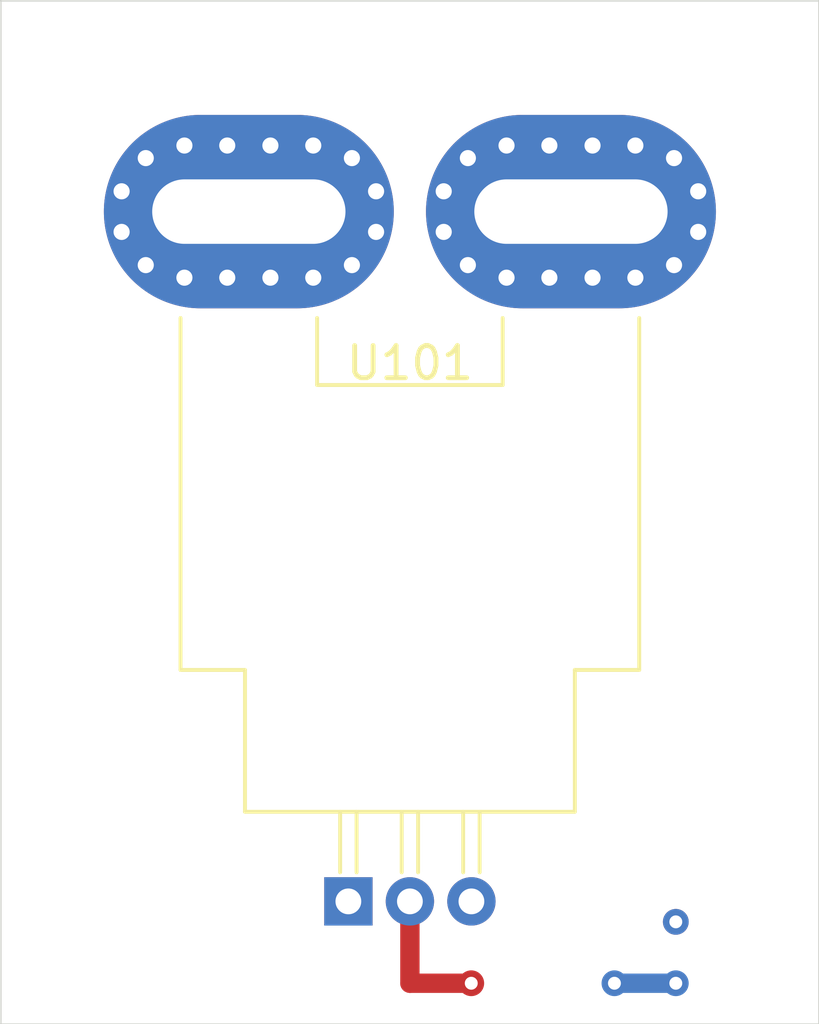
<source format=kicad_pcb>
(kicad_pcb (version 20171130) (host pcbnew "(5.1.5-90-g5c7ac1bb7)-1")

  (general
    (thickness 1.6)
    (drawings 4)
    (tracks 11)
    (zones 0)
    (modules 1)
    (nets 6)
  )

  (page A4)
  (layers
    (0 F.Cu signal)
    (1 In1.Cu signal)
    (2 In2.Cu signal)
    (31 B.Cu signal)
    (32 B.Adhes user)
    (33 F.Adhes user)
    (34 B.Paste user)
    (35 F.Paste user)
    (36 B.SilkS user)
    (37 F.SilkS user)
    (38 B.Mask user)
    (39 F.Mask user)
    (40 Dwgs.User user)
    (41 Cmts.User user)
    (42 Eco1.User user)
    (43 Eco2.User user)
    (44 Edge.Cuts user)
    (45 Margin user)
    (46 B.CrtYd user)
    (47 F.CrtYd user)
    (48 B.Fab user)
    (49 F.Fab user)
  )

  (setup
    (last_trace_width 0.6)
    (user_trace_width 0.4)
    (user_trace_width 0.6)
    (trace_clearance 0.2)
    (zone_clearance 0.508)
    (zone_45_only no)
    (trace_min 0.2)
    (via_size 0.8)
    (via_drill 0.4)
    (via_min_size 0.4)
    (via_min_drill 0.3)
    (blind_buried_vias_allowed yes)
    (uvia_size 0.3)
    (uvia_drill 0.1)
    (uvias_allowed yes)
    (uvia_min_size 0.2)
    (uvia_min_drill 0.1)
    (edge_width 0.05)
    (segment_width 0.2)
    (pcb_text_width 0.3)
    (pcb_text_size 1.5 1.5)
    (mod_edge_width 0.12)
    (mod_text_size 1 1)
    (mod_text_width 0.15)
    (pad_size 1.524 1.524)
    (pad_drill 0.762)
    (pad_to_mask_clearance 0.051)
    (solder_mask_min_width 0.25)
    (aux_axis_origin 0 0)
    (visible_elements FFFFFF7F)
    (pcbplotparams
      (layerselection 0x010fc_ffffffff)
      (usegerberextensions false)
      (usegerberattributes false)
      (usegerberadvancedattributes false)
      (creategerberjobfile false)
      (excludeedgelayer true)
      (linewidth 0.100000)
      (plotframeref false)
      (viasonmask false)
      (mode 1)
      (useauxorigin false)
      (hpglpennumber 1)
      (hpglpenspeed 20)
      (hpglpendiameter 15.000000)
      (psnegative false)
      (psa4output false)
      (plotreference true)
      (plotvalue true)
      (plotinvisibletext false)
      (padsonsilk false)
      (subtractmaskfromsilk false)
      (outputformat 1)
      (mirror false)
      (drillshape 1)
      (scaleselection 1)
      (outputdirectory ""))
  )

  (net 0 "")
  (net 1 "Net-(U101-Pad5)")
  (net 2 "Net-(U101-Pad4)")
  (net 3 "Net-(U101-Pad1)")
  (net 4 "Net-(U101-Pad3)")
  (net 5 GND)

  (net_class Default "This is the default net class."
    (clearance 0.2)
    (trace_width 0.25)
    (via_dia 0.8)
    (via_drill 0.4)
    (uvia_dia 0.3)
    (uvia_drill 0.1)
    (add_net GND)
    (add_net "Net-(U101-Pad1)")
    (add_net "Net-(U101-Pad3)")
    (add_net "Net-(U101-Pad4)")
    (add_net "Net-(U101-Pad5)")
  )

  (module Sensor_Current:Allegro_CB_PFF (layer F.Cu) (tedit 59D526FA) (tstamp 5E949CF4)
    (at 106.04 110.49)
    (descr "Allegro MicroSystems, CB-PFF Package (http://www.allegromicro.com/en/Products/Current-Sensor-ICs/Fifty-To-Two-Hundred-Amp-Integrated-Conductor-Sensor-ICs/ACS758.aspx) !PADS 4-5 DO NOT MATCH DATASHEET!")
    (tags "Allegro CB-PFF")
    (path /5E945B56)
    (fp_text reference U101 (at 1.91 -16.7) (layer F.SilkS)
      (effects (font (size 1 1) (thickness 0.15)))
    )
    (fp_text value ACS770xCB-050B-PFF (at 2.91 -9.7 90) (layer F.Fab)
      (effects (font (size 1 1) (thickness 0.15)))
    )
    (fp_line (start -0.9 -2.9) (end 0 -3.8) (layer F.Fab) (width 0.1))
    (fp_line (start 0 -3.8) (end 0.9 -2.9) (layer F.Fab) (width 0.1))
    (fp_line (start 4.075 -2.78) (end 4.075 -0.9) (layer F.SilkS) (width 0.12))
    (fp_line (start 2.165 -2.78) (end 2.165 -0.9) (layer F.SilkS) (width 0.12))
    (fp_line (start 0.255 -2.78) (end 0.255 -0.9) (layer F.SilkS) (width 0.12))
    (fp_line (start -0.255 -2.78) (end -0.255 -0.9) (layer F.SilkS) (width 0.12))
    (fp_line (start 1.655 -2.78) (end 1.655 -0.9) (layer F.SilkS) (width 0.12))
    (fp_line (start 3.565 -2.78) (end 3.565 -0.9) (layer F.SilkS) (width 0.12))
    (fp_line (start 4.075 -2.9) (end 4.075 0.19) (layer F.Fab) (width 0.1))
    (fp_line (start 2.165 -2.9) (end 2.165 0.19) (layer F.Fab) (width 0.1))
    (fp_line (start 0.255 -2.9) (end 0.255 0.19) (layer F.Fab) (width 0.1))
    (fp_line (start 4.82 -2.65) (end 7.16 -2.65) (layer F.CrtYd) (width 0.05))
    (fp_line (start -1 -2.65) (end -3.34 -2.65) (layer F.CrtYd) (width 0.05))
    (fp_line (start 4.82 -2.65) (end 4.82 1) (layer F.CrtYd) (width 0.05))
    (fp_line (start -1 -2.65) (end -1 1) (layer F.CrtYd) (width 0.05))
    (fp_line (start 9.16 -18.2) (end 11.7 -18.2) (layer F.CrtYd) (width 0.05))
    (fp_line (start -7.9 -18.2) (end -7.9 -24.65) (layer F.CrtYd) (width 0.05))
    (fp_line (start 11.7 -24.65) (end 11.7 -18.2) (layer F.CrtYd) (width 0.05))
    (fp_line (start -7.9 -18.2) (end -5.34 -18.2) (layer F.CrtYd) (width 0.05))
    (fp_line (start -7.9 -24.65) (end 11.7 -24.65) (layer F.CrtYd) (width 0.05))
    (fp_line (start -5.34 -7.05) (end -5.34 -18.2) (layer F.CrtYd) (width 0.05))
    (fp_line (start -3.34 -7.05) (end -5.34 -7.05) (layer F.CrtYd) (width 0.05))
    (fp_line (start 7.16 -7.05) (end 9.16 -7.05) (layer F.CrtYd) (width 0.05))
    (fp_line (start -3.34 -7.05) (end -3.34 -2.65) (layer F.CrtYd) (width 0.05))
    (fp_line (start 7.16 -7.05) (end 7.16 -2.65) (layer F.CrtYd) (width 0.05))
    (fp_line (start 9.16 -7.05) (end 9.16 -18.2) (layer F.CrtYd) (width 0.05))
    (fp_line (start 4.82 1) (end -1 1) (layer F.CrtYd) (width 0.05))
    (fp_line (start 7.03 -2.78) (end 7.03 -7.18) (layer F.SilkS) (width 0.12))
    (fp_line (start -3.21 -2.78) (end -3.21 -7.18) (layer F.SilkS) (width 0.12))
    (fp_line (start 7.03 -2.78) (end -3.21 -2.78) (layer F.SilkS) (width 0.12))
    (fp_line (start -0.97 -16.02) (end 4.79 -16.02) (layer F.SilkS) (width 0.12))
    (fp_line (start -0.97 -16.02) (end -0.97 -18.1) (layer F.SilkS) (width 0.12))
    (fp_line (start 4.79 -16.02) (end 4.79 -18.1) (layer F.SilkS) (width 0.12))
    (fp_line (start -3.21 -7.18) (end -5.21 -7.18) (layer F.SilkS) (width 0.12))
    (fp_line (start 7.03 -7.18) (end 9.03 -7.18) (layer F.SilkS) (width 0.12))
    (fp_line (start -5.21 -7.18) (end -5.21 -18.1) (layer F.SilkS) (width 0.12))
    (fp_line (start 9.03 -7.18) (end 9.03 -18.1) (layer F.SilkS) (width 0.12))
    (fp_line (start 8.91 -21.9) (end 4.91 -21.9) (layer F.Fab) (width 0.1))
    (fp_line (start -5.09 -21.9) (end -1.09 -21.9) (layer F.Fab) (width 0.1))
    (fp_line (start -1.09 -15.9) (end -1.09 -21.9) (layer F.Fab) (width 0.1))
    (fp_line (start 4.91 -15.9) (end 4.91 -21.9) (layer F.Fab) (width 0.1))
    (fp_line (start -3.09 -15.9) (end -3.09 -2.9) (layer F.Fab) (width 0.1))
    (fp_line (start 6.91 -2.9) (end -3.09 -2.9) (layer F.Fab) (width 0.1))
    (fp_line (start 6.91 -15.9) (end 6.91 -2.9) (layer F.Fab) (width 0.1))
    (fp_line (start -3.09 -15.9) (end 6.91 -15.9) (layer F.Fab) (width 0.1))
    (fp_line (start 1.655 -2.9) (end 1.655 0.19) (layer F.Fab) (width 0.1))
    (fp_line (start -0.255 -2.9) (end -0.255 0.19) (layer F.Fab) (width 0.1))
    (fp_line (start 3.565 -2.9) (end 3.565 0.19) (layer F.Fab) (width 0.1))
    (fp_line (start 8.91 -7.3) (end 8.91 -21.9) (layer F.Fab) (width 0.1))
    (fp_line (start 6.91 -7.3) (end 8.91 -7.3) (layer F.Fab) (width 0.1))
    (fp_line (start -5.09 -7.3) (end -5.09 -21.9) (layer F.Fab) (width 0.1))
    (fp_line (start -5.09 -7.3) (end -3.09 -7.3) (layer F.Fab) (width 0.1))
    (fp_text user %R (at 0.91 -10.7 90) (layer F.Fab)
      (effects (font (size 1 1) (thickness 0.15)))
    )
    (fp_line (start -0.9 -2.9) (end 0 -3.8) (layer F.Fab) (width 0.1))
    (fp_line (start 0 -3.8) (end 0.9 -2.9) (layer F.Fab) (width 0.1))
    (pad 5 thru_hole oval (at -3.09 -21.4) (size 9 6) (drill oval 6 2) (layers *.Cu *.Mask)
      (net 1 "Net-(U101-Pad5)"))
    (pad 4 thru_hole oval (at 6.91 -21.4) (size 9 6) (drill oval 6 2) (layers *.Cu *.Mask)
      (net 2 "Net-(U101-Pad4)"))
    (pad 1 thru_hole rect (at 0 0) (size 1.5 1.5) (drill 0.8) (layers *.Cu *.Mask)
      (net 3 "Net-(U101-Pad1)"))
    (pad 3 thru_hole circle (at 3.82 0) (size 1.5 1.5) (drill 0.8) (layers *.Cu *.Mask)
      (net 4 "Net-(U101-Pad3)"))
    (pad 2 thru_hole circle (at 1.91 0) (size 1.5 1.5) (drill 0.8) (layers *.Cu *.Mask)
      (net 5 GND))
    (pad 5 thru_hole oval (at 0.86 -22.03 295) (size 0.8 0.8) (drill 0.5) (layers *.Cu *.Mask)
      (net 1 "Net-(U101-Pad5)"))
    (pad 5 thru_hole oval (at 0.86 -20.77 65) (size 0.8 0.8) (drill 0.5) (layers *.Cu *.Mask)
      (net 1 "Net-(U101-Pad5)"))
    (pad 5 thru_hole circle (at 0.11 -19.74) (size 0.8 0.8) (drill 0.5) (layers *.Cu *.Mask)
      (net 1 "Net-(U101-Pad5)"))
    (pad 5 thru_hole circle (at 0.11 -23.06) (size 0.8 0.8) (drill 0.5) (layers *.Cu *.Mask)
      (net 1 "Net-(U101-Pad5)"))
    (pad 5 thru_hole circle (at -7.04 -22.03) (size 0.8 0.8) (drill 0.5) (layers *.Cu *.Mask)
      (net 1 "Net-(U101-Pad5)"))
    (pad 5 thru_hole circle (at -7.04 -20.77) (size 0.8 0.8) (drill 0.5) (layers *.Cu *.Mask)
      (net 1 "Net-(U101-Pad5)"))
    (pad 5 thru_hole circle (at -6.29 -19.74) (size 0.8 0.8) (drill 0.5) (layers *.Cu *.Mask)
      (net 1 "Net-(U101-Pad5)"))
    (pad 5 thru_hole circle (at -6.29 -23.06) (size 0.8 0.8) (drill 0.5) (layers *.Cu *.Mask)
      (net 1 "Net-(U101-Pad5)"))
    (pad 5 thru_hole circle (at -2.42 -19.35) (size 0.8 0.8) (drill 0.5) (layers *.Cu *.Mask)
      (net 1 "Net-(U101-Pad5)"))
    (pad 5 thru_hole circle (at -3.76 -19.35) (size 0.8 0.8) (drill 0.5) (layers *.Cu *.Mask)
      (net 1 "Net-(U101-Pad5)"))
    (pad 5 thru_hole circle (at -1.09 -19.35) (size 0.8 0.8) (drill 0.5) (layers *.Cu *.Mask)
      (net 1 "Net-(U101-Pad5)"))
    (pad 5 thru_hole circle (at -5.09 -19.35) (size 0.8 0.8) (drill 0.5) (layers *.Cu *.Mask)
      (net 1 "Net-(U101-Pad5)"))
    (pad 5 thru_hole circle (at -2.42 -23.45) (size 0.8 0.8) (drill 0.5) (layers *.Cu *.Mask)
      (net 1 "Net-(U101-Pad5)"))
    (pad 5 thru_hole circle (at -3.76 -23.45) (size 0.8 0.8) (drill 0.5) (layers *.Cu *.Mask)
      (net 1 "Net-(U101-Pad5)"))
    (pad 5 thru_hole circle (at -5.09 -23.45) (size 0.8 0.8) (drill 0.5) (layers *.Cu *.Mask)
      (net 1 "Net-(U101-Pad5)"))
    (pad 5 thru_hole circle (at -1.09 -23.45) (size 0.8 0.8) (drill 0.5) (layers *.Cu *.Mask)
      (net 1 "Net-(U101-Pad5)"))
    (pad 4 thru_hole circle (at 3.71 -19.74) (size 0.8 0.8) (drill 0.5) (layers *.Cu *.Mask)
      (net 2 "Net-(U101-Pad4)"))
    (pad 4 thru_hole circle (at 3.71 -23.06) (size 0.8 0.8) (drill 0.5) (layers *.Cu *.Mask)
      (net 2 "Net-(U101-Pad4)"))
    (pad 4 thru_hole oval (at 2.96 -20.77 295) (size 0.8 0.8) (drill 0.5) (layers *.Cu *.Mask)
      (net 2 "Net-(U101-Pad4)"))
    (pad 4 thru_hole oval (at 2.96 -22.03 65) (size 0.8 0.8) (drill 0.5) (layers *.Cu *.Mask)
      (net 2 "Net-(U101-Pad4)"))
    (pad 4 thru_hole circle (at 10.11 -19.74) (size 0.8 0.8) (drill 0.5) (layers *.Cu *.Mask)
      (net 2 "Net-(U101-Pad4)"))
    (pad 4 thru_hole circle (at 10.11 -23.06) (size 0.8 0.8) (drill 0.5) (layers *.Cu *.Mask)
      (net 2 "Net-(U101-Pad4)"))
    (pad 4 thru_hole circle (at 10.86 -22.03) (size 0.8 0.8) (drill 0.5) (layers *.Cu *.Mask)
      (net 2 "Net-(U101-Pad4)"))
    (pad 4 thru_hole circle (at 8.91 -19.35) (size 0.8 0.8) (drill 0.5) (layers *.Cu *.Mask)
      (net 2 "Net-(U101-Pad4)"))
    (pad 4 thru_hole circle (at 7.58 -19.35) (size 0.8 0.8) (drill 0.5) (layers *.Cu *.Mask)
      (net 2 "Net-(U101-Pad4)"))
    (pad 4 thru_hole circle (at 6.24 -19.35) (size 0.8 0.8) (drill 0.5) (layers *.Cu *.Mask)
      (net 2 "Net-(U101-Pad4)"))
    (pad 4 thru_hole circle (at 4.91 -19.35) (size 0.8 0.8) (drill 0.5) (layers *.Cu *.Mask)
      (net 2 "Net-(U101-Pad4)"))
    (pad 4 thru_hole circle (at 8.91 -23.45) (size 0.8 0.8) (drill 0.5) (layers *.Cu *.Mask)
      (net 2 "Net-(U101-Pad4)"))
    (pad 4 thru_hole circle (at 7.58 -23.45) (size 0.8 0.8) (drill 0.5) (layers *.Cu *.Mask)
      (net 2 "Net-(U101-Pad4)"))
    (pad 4 thru_hole circle (at 6.24 -23.45) (size 0.8 0.8) (drill 0.5) (layers *.Cu *.Mask)
      (net 2 "Net-(U101-Pad4)"))
    (pad 4 thru_hole circle (at 4.91 -23.45) (size 0.8 0.8) (drill 0.5) (layers *.Cu *.Mask)
      (net 2 "Net-(U101-Pad4)"))
    (pad 4 thru_hole circle (at 10.86 -20.77) (size 0.8 0.8) (drill 0.5) (layers *.Cu *.Mask)
      (net 2 "Net-(U101-Pad4)"))
    (model ${KISYS3DMOD}/Sensor_Current.3dshapes/Allegro_CB_PFF.wrl
      (at (xyz 0 0 0))
      (scale (xyz 1 1 1))
      (rotate (xyz 0 0 0))
    )
  )

  (gr_line (start 95.25 114.3) (end 95.25 82.55) (layer Edge.Cuts) (width 0.05) (tstamp 5E949D54))
  (gr_line (start 120.65 114.3) (end 95.25 114.3) (layer Edge.Cuts) (width 0.05))
  (gr_line (start 120.65 82.55) (end 120.65 114.3) (layer Edge.Cuts) (width 0.05))
  (gr_line (start 95.25 82.55) (end 120.65 82.55) (layer Edge.Cuts) (width 0.05))

  (segment (start 107.95 110.49) (end 107.95 113.03) (width 0.6) (layer F.Cu) (net 5))
  (segment (start 107.95 113.03) (end 109.855 113.03) (width 0.6) (layer F.Cu) (net 5))
  (via micro (at 109.855 113.03) (size 0.8) (drill 0.4) (layers F.Cu In1.Cu) (net 5))
  (segment (start 109.855 113.03) (end 112.395 113.03) (width 0.6) (layer In1.Cu) (net 5))
  (via blind (at 112.395 113.03) (size 0.8) (drill 0.4) (layers In1.Cu In2.Cu) (net 5))
  (segment (start 112.395 113.03) (end 114.3 113.03) (width 0.6) (layer In2.Cu) (net 5))
  (via micro (at 114.3 113.03) (size 0.8) (drill 0.4) (layers In2.Cu B.Cu) (net 5))
  (segment (start 114.3 113.03) (end 116.205 113.03) (width 0.6) (layer B.Cu) (net 5))
  (via blind (at 116.205 113.03) (size 0.8) (drill 0.4) (layers In1.Cu B.Cu) (net 5))
  (via (at 116.205 111.125) (size 0.8) (drill 0.4) (layers F.Cu B.Cu) (net 5))
  (segment (start 116.205 113.03) (end 116.205 111.125) (width 0.6) (layer In1.Cu) (net 5))

)

</source>
